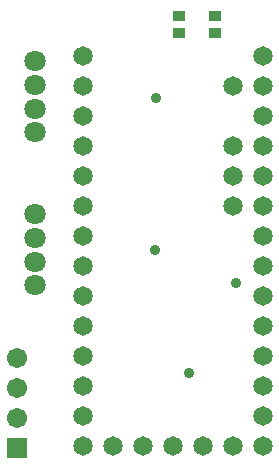
<source format=gts>
G04 Layer_Color=8388736*
%FSAX24Y24*%
%MOIN*%
G70*
G01*
G75*
%ADD19R,0.0434X0.0356*%
%ADD20R,0.0671X0.0671*%
%ADD21C,0.0671*%
%ADD22C,0.0710*%
%ADD23C,0.0650*%
%ADD24C,0.0360*%
D19*
X020300Y047224D02*
D03*
Y047776D02*
D03*
X019100Y047224D02*
D03*
Y047776D02*
D03*
D20*
X013700Y033400D02*
D03*
D21*
Y034400D02*
D03*
Y035400D02*
D03*
Y036400D02*
D03*
D22*
X014300Y038819D02*
D03*
Y039606D02*
D03*
Y040394D02*
D03*
Y041184D02*
D03*
Y043919D02*
D03*
Y044706D02*
D03*
Y045494D02*
D03*
Y046284D02*
D03*
D23*
X015900Y046450D02*
D03*
Y045450D02*
D03*
Y044450D02*
D03*
Y043450D02*
D03*
Y042450D02*
D03*
Y041450D02*
D03*
Y040450D02*
D03*
Y039450D02*
D03*
Y038450D02*
D03*
Y037450D02*
D03*
Y036450D02*
D03*
Y035450D02*
D03*
Y034450D02*
D03*
Y033450D02*
D03*
X016900D02*
D03*
X017900D02*
D03*
X018900D02*
D03*
X019900D02*
D03*
X020900D02*
D03*
X021900D02*
D03*
Y034450D02*
D03*
Y035450D02*
D03*
Y036450D02*
D03*
Y037450D02*
D03*
Y038450D02*
D03*
Y039450D02*
D03*
Y040450D02*
D03*
Y041450D02*
D03*
Y042450D02*
D03*
Y043450D02*
D03*
Y044450D02*
D03*
Y045450D02*
D03*
Y046450D02*
D03*
X020900Y045450D02*
D03*
Y043450D02*
D03*
Y042450D02*
D03*
Y041450D02*
D03*
D24*
X021000Y038900D02*
D03*
X018350Y045050D02*
D03*
X019450Y035900D02*
D03*
X018300Y040000D02*
D03*
M02*

</source>
